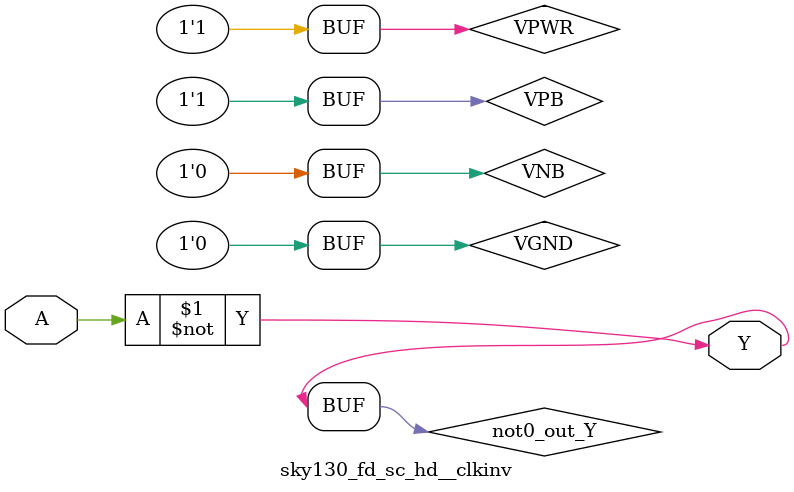
<source format=v>
/*
 * Copyright 2020 The SkyWater PDK Authors
 *
 * Licensed under the Apache License, Version 2.0 (the "License");
 * you may not use this file except in compliance with the License.
 * You may obtain a copy of the License at
 *
 *     https://www.apache.org/licenses/LICENSE-2.0
 *
 * Unless required by applicable law or agreed to in writing, software
 * distributed under the License is distributed on an "AS IS" BASIS,
 * WITHOUT WARRANTIES OR CONDITIONS OF ANY KIND, either express or implied.
 * See the License for the specific language governing permissions and
 * limitations under the License.
 *
 * SPDX-License-Identifier: Apache-2.0
*/


`ifndef SKY130_FD_SC_HD__CLKINV_TIMING_V
`define SKY130_FD_SC_HD__CLKINV_TIMING_V

/**
 * clkinv: Clock tree inverter.
 *
 * Verilog simulation timing model.
 */

`timescale 1ns / 1ps
`default_nettype none

`celldefine
module sky130_fd_sc_hd__clkinv (
    Y,
    A
);

    // Module ports
    output Y;
    input  A;

    // Module supplies
    supply1 VPWR;
    supply0 VGND;
    supply1 VPB ;
    supply0 VNB ;

    // Local signals
    wire not0_out_Y;

    //  Name  Output      Other arguments
    not not0 (not0_out_Y, A              );
    buf buf0 (Y         , not0_out_Y     );

endmodule
`endcelldefine

`default_nettype wire
`endif  // SKY130_FD_SC_HD__CLKINV_TIMING_V

</source>
